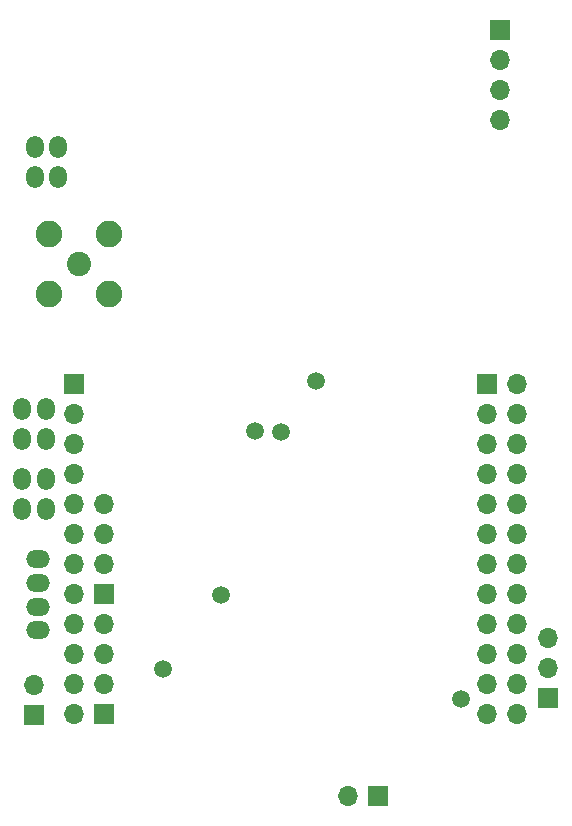
<source format=gbs>
G04 #@! TF.GenerationSoftware,KiCad,Pcbnew,5.1.10-88a1d61d58~88~ubuntu20.04.1*
G04 #@! TF.CreationDate,2021-05-10T20:01:03+02:00*
G04 #@! TF.ProjectId,WiRoc_NanoPi_v1,5769526f-635f-44e6-916e-6f50695f7631,rev?*
G04 #@! TF.SameCoordinates,Original*
G04 #@! TF.FileFunction,Soldermask,Bot*
G04 #@! TF.FilePolarity,Negative*
%FSLAX46Y46*%
G04 Gerber Fmt 4.6, Leading zero omitted, Abs format (unit mm)*
G04 Created by KiCad (PCBNEW 5.1.10-88a1d61d58~88~ubuntu20.04.1) date 2021-05-10 20:01:03*
%MOMM*%
%LPD*%
G01*
G04 APERTURE LIST*
%ADD10O,1.700000X1.700000*%
%ADD11R,1.700000X1.700000*%
%ADD12C,1.500000*%
%ADD13C,2.250000*%
%ADD14C,2.050000*%
%ADD15O,1.500000X1.900000*%
%ADD16O,2.000000X1.500000*%
G04 APERTURE END LIST*
D10*
X88620000Y-96045000D03*
X88620000Y-83345000D03*
X91160000Y-103665000D03*
X88620000Y-103665000D03*
X91160000Y-98585000D03*
X88620000Y-101125000D03*
X88620000Y-93505000D03*
X91160000Y-106205000D03*
X88620000Y-90965000D03*
X91160000Y-93505000D03*
X91160000Y-101125000D03*
X91160000Y-88425000D03*
X88620000Y-106205000D03*
X91160000Y-96045000D03*
X88620000Y-98585000D03*
X91160000Y-83345000D03*
X91160000Y-90965000D03*
X88620000Y-88425000D03*
D11*
X88620000Y-78265000D03*
D10*
X88620000Y-85885000D03*
X91160000Y-80805000D03*
X88620000Y-80805000D03*
X91160000Y-85885000D03*
X91160000Y-78265000D03*
X53610000Y-85885000D03*
X53610000Y-83345000D03*
X53610000Y-80805000D03*
D11*
X53610000Y-78265000D03*
D10*
X53610000Y-106205000D03*
X53610000Y-103665000D03*
X53610000Y-101125000D03*
X53610000Y-98585000D03*
X53610000Y-96045000D03*
X53610000Y-88425000D03*
X53610000Y-93505000D03*
X53610000Y-90965000D03*
X56150000Y-101125000D03*
X56150000Y-103665000D03*
X56150000Y-98585000D03*
D11*
X56150000Y-106205000D03*
X56150000Y-96045000D03*
D10*
X56150000Y-88425000D03*
X56150000Y-93505000D03*
X56150000Y-90965000D03*
D12*
X86350000Y-104900000D03*
D10*
X50210000Y-103750000D03*
D11*
X50210000Y-106290000D03*
D10*
X89678000Y-55880000D03*
X89678000Y-53340000D03*
X89678000Y-50800000D03*
D11*
X89678000Y-48260000D03*
D10*
X93766700Y-99790600D03*
X93766700Y-102330600D03*
D11*
X93766700Y-104870600D03*
D10*
X76840000Y-113170000D03*
D11*
X79380000Y-113170000D03*
D13*
X51460000Y-65602200D03*
X51460000Y-70682200D03*
X56540000Y-70682200D03*
X56540000Y-65602200D03*
D14*
X54000000Y-68142200D03*
D15*
X52290000Y-58180000D03*
X52290000Y-60720000D03*
X50290000Y-58180000D03*
X50290000Y-60720000D03*
X49250000Y-88881300D03*
X49250000Y-86341300D03*
X51250000Y-88881300D03*
X51250000Y-86341300D03*
X49250000Y-82899600D03*
X49250000Y-80359600D03*
X51250000Y-82899600D03*
X51250000Y-80359600D03*
D12*
X68910000Y-82240000D03*
X71150000Y-82300000D03*
X74110000Y-77980000D03*
X61130000Y-102370000D03*
X66090000Y-96140000D03*
D16*
X50561300Y-95117000D03*
X50561300Y-97117000D03*
X50561300Y-93117000D03*
X50561300Y-99117000D03*
M02*

</source>
